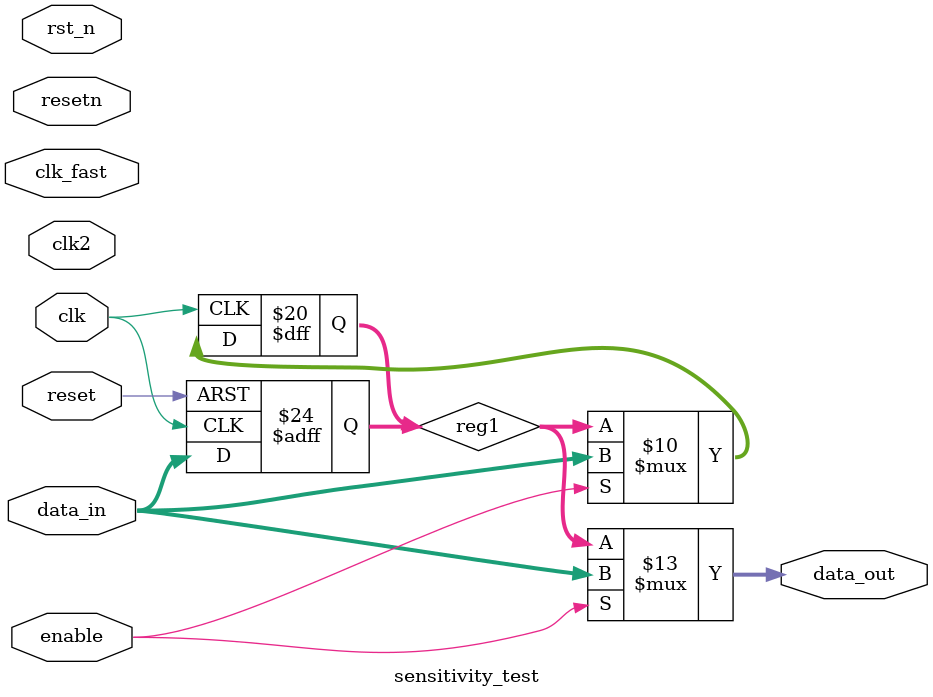
<source format=sv>
module sensitivity_test (
    input  logic clk,
    input  logic reset,
    input  logic enable,
    input  logic [7:0] data_in,
    output logic [7:0] data_out,
    
    // Different clock domains
    input  logic clk2,
    input  logic clk_fast,
    
    // Different reset signals
    input  logic rst_n,
    input  logic resetn
);

    logic [7:0] reg1, reg2, reg3;
    logic [3:0] counter;
    
    // Test 1: Standard posedge clk with reset
    always @(posedge clk or posedge reset) begin
        if (reset) begin
            reg1 <= 8'b0;
        end else begin
            reg1 <= data_in;
        end
    end
    
    // Test 2: Negedge clock
    always @(negedge clk2) begin
        reg2 <= reg1;
    end
    
    // Test 3: Multiple signals in sensitivity
    always @(posedge clk_fast or negedge rst_n) begin
        if (!rst_n) begin
            reg3 <= 8'b0;
        end else if (enable) begin
            reg3 <= reg2;
        end
    end
    
    // Test 4: always_ff with implicit posedge
    always_ff @(posedge clk) begin
        if (resetn == 1'b0) begin
            counter <= 4'b0;
        end else begin
            counter <= counter + 1'b1;
        end
    end
    
    // Test 5: Combinational with multiple inputs
    always @(data_in or enable or reg1) begin
        if (enable)
            data_out = data_in;
        else
            data_out = reg1;
    end
    
    // Test 6: Edge-sensitive without reset
    always @(posedge clk) begin
        if (enable) begin
            reg1 <= data_in;
        end
    end
    
endmodule

</source>
